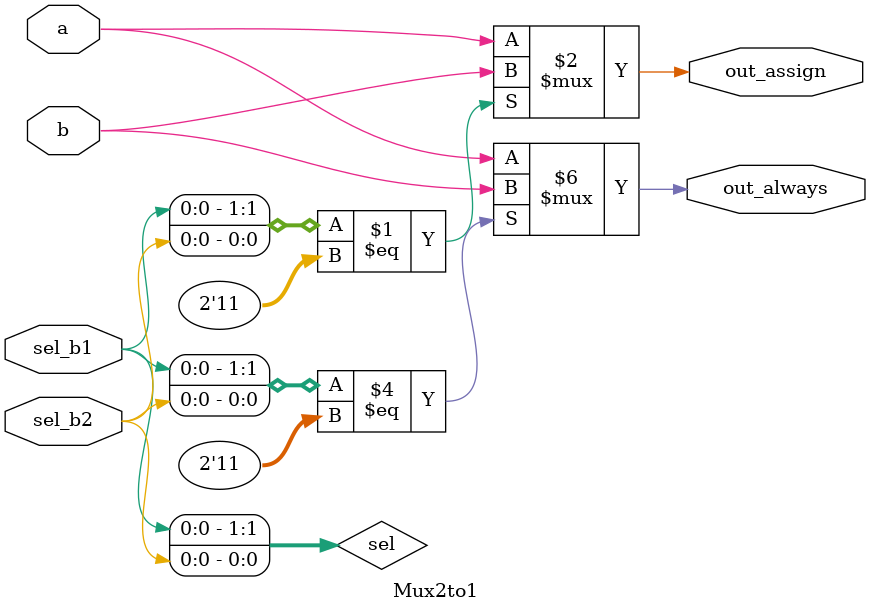
<source format=v>
module Mux2to1 (
    input a,
    input b,
    input sel_b1,
    input sel_b2,
    output wire out_assign,
    output reg out_always
);
    // select signal for mux
    wire [1:0] sel;
    assign sel = {sel_b1,sel_b2};

    // assign
    assign out_assign = (sel == 2'b11) ? b : a;

    // always
    always @(*) begin
        if (sel == 2'b11) out_always = b;
        else out_always = a;
    end
endmodule
</source>
